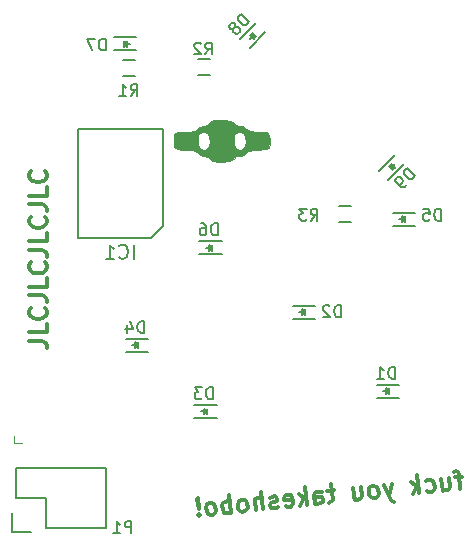
<source format=gbr>
G04 #@! TF.FileFunction,Legend,Bot*
%FSLAX46Y46*%
G04 Gerber Fmt 4.6, Leading zero omitted, Abs format (unit mm)*
G04 Created by KiCad (PCBNEW 4.0.5+dfsg1-4) date Sun Sep 22 15:40:00 2019*
%MOMM*%
%LPD*%
G01*
G04 APERTURE LIST*
%ADD10C,0.100000*%
%ADD11C,0.300000*%
%ADD12C,0.150000*%
%ADD13C,0.120000*%
%ADD14C,0.010000*%
G04 APERTURE END LIST*
D10*
D11*
X65525811Y-61096920D02*
X64957512Y-61156651D01*
X65417227Y-62113841D02*
X65282833Y-60835170D01*
X65196864Y-60700562D01*
X65047322Y-60644457D01*
X64905248Y-60659390D01*
X63820916Y-61276112D02*
X63925444Y-62270634D01*
X64460251Y-61208915D02*
X64542381Y-61990326D01*
X64486276Y-62139867D01*
X64351667Y-62225836D01*
X64138556Y-62248235D01*
X63989015Y-62192131D01*
X63910511Y-62128559D01*
X62568269Y-62341457D02*
X62717810Y-62397561D01*
X63001959Y-62367696D01*
X63136568Y-62281727D01*
X63200138Y-62203223D01*
X63256243Y-62053682D01*
X63211446Y-61627459D01*
X63125475Y-61492851D01*
X63046972Y-61429279D01*
X62897430Y-61373174D01*
X62613282Y-61403039D01*
X62478674Y-61489010D01*
X61936400Y-62479691D02*
X61779608Y-60987908D01*
X61734595Y-61926326D02*
X61368103Y-62539421D01*
X61263574Y-61544899D02*
X61891602Y-62053468D01*
X59629716Y-61716625D02*
X59379058Y-62748478D01*
X58919344Y-61791288D02*
X59379058Y-62748478D01*
X59558465Y-63088732D01*
X59636968Y-63152304D01*
X59786509Y-63208408D01*
X58242462Y-62867939D02*
X58377071Y-62781970D01*
X58440641Y-62703466D01*
X58496746Y-62553925D01*
X58451948Y-62127702D01*
X58365978Y-61993094D01*
X58287475Y-61929522D01*
X58137933Y-61873417D01*
X57924822Y-61895816D01*
X57790214Y-61981787D01*
X57726643Y-62060291D01*
X57670537Y-62209832D01*
X57715335Y-62636055D01*
X57801306Y-62770663D01*
X57879810Y-62834234D01*
X58029350Y-62890338D01*
X58242462Y-62867939D01*
X56362001Y-62060075D02*
X56466530Y-63054597D01*
X57001337Y-61992879D02*
X57083466Y-62774289D01*
X57027362Y-62923830D01*
X56892753Y-63009799D01*
X56679642Y-63032198D01*
X56530101Y-62976094D01*
X56451597Y-62912523D01*
X54728144Y-62231801D02*
X54159845Y-62291531D01*
X54462768Y-61756939D02*
X54597162Y-63035610D01*
X54541057Y-63185151D01*
X54406448Y-63271121D01*
X54264374Y-63286053D01*
X53127778Y-63405514D02*
X53045648Y-62624105D01*
X53101753Y-62474564D01*
X53236361Y-62388593D01*
X53520510Y-62358728D01*
X53670051Y-62414833D01*
X53120311Y-63334478D02*
X53269852Y-63390582D01*
X53625039Y-63353250D01*
X53759647Y-63267281D01*
X53815752Y-63117740D01*
X53800819Y-62975666D01*
X53714849Y-62841056D01*
X53565308Y-62784952D01*
X53210122Y-62822284D01*
X53060581Y-62766179D01*
X52417405Y-63480178D02*
X52260612Y-61988395D01*
X52215600Y-62926812D02*
X51849107Y-63539908D01*
X51744578Y-62545386D02*
X52372607Y-63053954D01*
X50634007Y-63595799D02*
X50783547Y-63651903D01*
X51067696Y-63622038D01*
X51202304Y-63536068D01*
X51258409Y-63386527D01*
X51198679Y-62818229D01*
X51112708Y-62683621D01*
X50963168Y-62627516D01*
X50679019Y-62657381D01*
X50544411Y-62743351D01*
X50488306Y-62892892D01*
X50503238Y-63034966D01*
X51228544Y-63102378D01*
X49994671Y-63662996D02*
X49860063Y-63748965D01*
X49575913Y-63778830D01*
X49426373Y-63722726D01*
X49340403Y-63588118D01*
X49332937Y-63517080D01*
X49389041Y-63367540D01*
X49523649Y-63281569D01*
X49736761Y-63259170D01*
X49871369Y-63173201D01*
X49927474Y-63023660D01*
X49920008Y-62952623D01*
X49834038Y-62818014D01*
X49684497Y-62761909D01*
X49471385Y-62784308D01*
X49336777Y-62870279D01*
X48723466Y-63868426D02*
X48566673Y-62376643D01*
X48084130Y-63935623D02*
X48002001Y-63154213D01*
X48058106Y-63004672D01*
X48192714Y-62918702D01*
X48405825Y-62896303D01*
X48555367Y-62952408D01*
X48633870Y-63015980D01*
X47160645Y-64032685D02*
X47295254Y-63946716D01*
X47358825Y-63868212D01*
X47414930Y-63718671D01*
X47370132Y-63292448D01*
X47284162Y-63157840D01*
X47205659Y-63094268D01*
X47056117Y-63038163D01*
X46843006Y-63060562D01*
X46708398Y-63146532D01*
X46644826Y-63225037D01*
X46588721Y-63374577D01*
X46633519Y-63800801D01*
X46719489Y-63935409D01*
X46797993Y-63998980D01*
X46947534Y-64055084D01*
X47160645Y-64032685D01*
X46024049Y-64152146D02*
X45867256Y-62660363D01*
X45926987Y-63228662D02*
X45777446Y-63172557D01*
X45493297Y-63202422D01*
X45358689Y-63288393D01*
X45295118Y-63366897D01*
X45239013Y-63516437D01*
X45283811Y-63942661D01*
X45369781Y-64077269D01*
X45448285Y-64140840D01*
X45597826Y-64196944D01*
X45881975Y-64167079D01*
X46016583Y-64081110D01*
X44461228Y-64316405D02*
X44595838Y-64230436D01*
X44659408Y-64151932D01*
X44715513Y-64002391D01*
X44670715Y-63576168D01*
X44584745Y-63441560D01*
X44506242Y-63377988D01*
X44356700Y-63321883D01*
X44143589Y-63344282D01*
X44008981Y-63430253D01*
X43945409Y-63508757D01*
X43889304Y-63658297D01*
X43934102Y-64084521D01*
X44020073Y-64219129D01*
X44098577Y-64282700D01*
X44248117Y-64338804D01*
X44461228Y-64316405D01*
X43309699Y-64293792D02*
X43246129Y-64372296D01*
X43324632Y-64435866D01*
X43388204Y-64357363D01*
X43309699Y-64293792D01*
X43324632Y-64435866D01*
X43264902Y-63867569D02*
X43246343Y-63007655D01*
X43167839Y-62944084D01*
X43104269Y-63022588D01*
X43264902Y-63867569D01*
X43167839Y-62944084D01*
X28908571Y-49598572D02*
X29980000Y-49598572D01*
X30194286Y-49670000D01*
X30337143Y-49812857D01*
X30408571Y-50027143D01*
X30408571Y-50170000D01*
X30408571Y-48170000D02*
X30408571Y-48884286D01*
X28908571Y-48884286D01*
X30265714Y-46812857D02*
X30337143Y-46884286D01*
X30408571Y-47098572D01*
X30408571Y-47241429D01*
X30337143Y-47455714D01*
X30194286Y-47598572D01*
X30051429Y-47670000D01*
X29765714Y-47741429D01*
X29551429Y-47741429D01*
X29265714Y-47670000D01*
X29122857Y-47598572D01*
X28980000Y-47455714D01*
X28908571Y-47241429D01*
X28908571Y-47098572D01*
X28980000Y-46884286D01*
X29051429Y-46812857D01*
X28908571Y-45741429D02*
X29980000Y-45741429D01*
X30194286Y-45812857D01*
X30337143Y-45955714D01*
X30408571Y-46170000D01*
X30408571Y-46312857D01*
X30408571Y-44312857D02*
X30408571Y-45027143D01*
X28908571Y-45027143D01*
X30265714Y-42955714D02*
X30337143Y-43027143D01*
X30408571Y-43241429D01*
X30408571Y-43384286D01*
X30337143Y-43598571D01*
X30194286Y-43741429D01*
X30051429Y-43812857D01*
X29765714Y-43884286D01*
X29551429Y-43884286D01*
X29265714Y-43812857D01*
X29122857Y-43741429D01*
X28980000Y-43598571D01*
X28908571Y-43384286D01*
X28908571Y-43241429D01*
X28980000Y-43027143D01*
X29051429Y-42955714D01*
X28908571Y-41884286D02*
X29980000Y-41884286D01*
X30194286Y-41955714D01*
X30337143Y-42098571D01*
X30408571Y-42312857D01*
X30408571Y-42455714D01*
X30408571Y-40455714D02*
X30408571Y-41170000D01*
X28908571Y-41170000D01*
X30265714Y-39098571D02*
X30337143Y-39170000D01*
X30408571Y-39384286D01*
X30408571Y-39527143D01*
X30337143Y-39741428D01*
X30194286Y-39884286D01*
X30051429Y-39955714D01*
X29765714Y-40027143D01*
X29551429Y-40027143D01*
X29265714Y-39955714D01*
X29122857Y-39884286D01*
X28980000Y-39741428D01*
X28908571Y-39527143D01*
X28908571Y-39384286D01*
X28980000Y-39170000D01*
X29051429Y-39098571D01*
X28908571Y-38027143D02*
X29980000Y-38027143D01*
X30194286Y-38098571D01*
X30337143Y-38241428D01*
X30408571Y-38455714D01*
X30408571Y-38598571D01*
X30408571Y-36598571D02*
X30408571Y-37312857D01*
X28908571Y-37312857D01*
X30265714Y-35241428D02*
X30337143Y-35312857D01*
X30408571Y-35527143D01*
X30408571Y-35670000D01*
X30337143Y-35884285D01*
X30194286Y-36027143D01*
X30051429Y-36098571D01*
X29765714Y-36170000D01*
X29551429Y-36170000D01*
X29265714Y-36098571D01*
X29122857Y-36027143D01*
X28980000Y-35884285D01*
X28908571Y-35670000D01*
X28908571Y-35527143D01*
X28980000Y-35312857D01*
X29051429Y-35241428D01*
D12*
X61600000Y-39850000D02*
X59700000Y-39850000D01*
X61600000Y-38750000D02*
X59700000Y-38750000D01*
X60700000Y-39300000D02*
X60250000Y-39300000D01*
X60750000Y-39050000D02*
X60750000Y-39550000D01*
X60750000Y-39300000D02*
X60500000Y-39050000D01*
X60500000Y-39050000D02*
X60500000Y-39550000D01*
X60500000Y-39550000D02*
X60750000Y-39300000D01*
X60250000Y-54400000D02*
X58350000Y-54400000D01*
X60250000Y-53300000D02*
X58350000Y-53300000D01*
X59350000Y-53850000D02*
X58900000Y-53850000D01*
X59400000Y-53600000D02*
X59400000Y-54100000D01*
X59400000Y-53850000D02*
X59150000Y-53600000D01*
X59150000Y-53600000D02*
X59150000Y-54100000D01*
X59150000Y-54100000D02*
X59400000Y-53850000D01*
X53125000Y-47725000D02*
X51225000Y-47725000D01*
X53125000Y-46625000D02*
X51225000Y-46625000D01*
X52225000Y-47175000D02*
X51775000Y-47175000D01*
X52275000Y-46925000D02*
X52275000Y-47425000D01*
X52275000Y-47175000D02*
X52025000Y-46925000D01*
X52025000Y-46925000D02*
X52025000Y-47425000D01*
X52025000Y-47425000D02*
X52275000Y-47175000D01*
X44800000Y-56125000D02*
X42900000Y-56125000D01*
X44800000Y-55025000D02*
X42900000Y-55025000D01*
X43900000Y-55575000D02*
X43450000Y-55575000D01*
X43950000Y-55325000D02*
X43950000Y-55825000D01*
X43950000Y-55575000D02*
X43700000Y-55325000D01*
X43700000Y-55325000D02*
X43700000Y-55825000D01*
X43700000Y-55825000D02*
X43950000Y-55575000D01*
X39000000Y-50525000D02*
X37100000Y-50525000D01*
X39000000Y-49425000D02*
X37100000Y-49425000D01*
X38100000Y-49975000D02*
X37650000Y-49975000D01*
X38150000Y-49725000D02*
X38150000Y-50225000D01*
X38150000Y-49975000D02*
X37900000Y-49725000D01*
X37900000Y-49725000D02*
X37900000Y-50225000D01*
X37900000Y-50225000D02*
X38150000Y-49975000D01*
X45225000Y-42250000D02*
X43325000Y-42250000D01*
X45225000Y-41150000D02*
X43325000Y-41150000D01*
X44325000Y-41700000D02*
X43875000Y-41700000D01*
X44375000Y-41450000D02*
X44375000Y-41950000D01*
X44375000Y-41700000D02*
X44125000Y-41450000D01*
X44125000Y-41450000D02*
X44125000Y-41950000D01*
X44125000Y-41950000D02*
X44375000Y-41700000D01*
X36075000Y-23900000D02*
X37975000Y-23900000D01*
X36075000Y-25000000D02*
X37975000Y-25000000D01*
X36975000Y-24450000D02*
X37425000Y-24450000D01*
X36925000Y-24700000D02*
X36925000Y-24200000D01*
X36925000Y-24450000D02*
X37175000Y-24700000D01*
X37175000Y-24700000D02*
X37175000Y-24200000D01*
X37175000Y-24200000D02*
X36925000Y-24450000D01*
X48918726Y-23487091D02*
X47575223Y-24830594D01*
X48140909Y-22709274D02*
X46797406Y-24052777D01*
X47893421Y-23734579D02*
X47575223Y-24052777D01*
X47752000Y-23522447D02*
X48105553Y-23876000D01*
X47928777Y-23699223D02*
X47575223Y-23699223D01*
X47575223Y-23699223D02*
X47928777Y-24052777D01*
X47928777Y-24052777D02*
X47928777Y-23699223D01*
X58523274Y-35186909D02*
X59866777Y-33843406D01*
X59301091Y-35964726D02*
X60644594Y-34621223D01*
X59548579Y-34939421D02*
X59866777Y-34621223D01*
X59690000Y-35151553D02*
X59336447Y-34798000D01*
X59513223Y-34974777D02*
X59866777Y-34974777D01*
X59866777Y-34974777D02*
X59513223Y-34621223D01*
X59513223Y-34621223D02*
X59513223Y-34974777D01*
X40225000Y-39905000D02*
X39225000Y-40905000D01*
X39225000Y-40905000D02*
X33025000Y-40905000D01*
X33025000Y-40905000D02*
X33025000Y-31685000D01*
X33025000Y-31685000D02*
X40225000Y-31685000D01*
X40225000Y-31685000D02*
X40225000Y-39905000D01*
X35375000Y-65470000D02*
X30295000Y-65470000D01*
X27475000Y-65750000D02*
X29025000Y-65750000D01*
X27755000Y-62930000D02*
X30295000Y-62930000D01*
X30295000Y-62930000D02*
X30295000Y-65470000D01*
X35375000Y-65470000D02*
X35375000Y-60390000D01*
X35375000Y-60390000D02*
X30295000Y-60390000D01*
X27475000Y-65750000D02*
X27475000Y-64200000D01*
X27755000Y-60390000D02*
X27755000Y-62930000D01*
X30295000Y-60390000D02*
X27755000Y-60390000D01*
X37835001Y-25845000D02*
X36835001Y-25845000D01*
X36835001Y-27195000D02*
X37835001Y-27195000D01*
X43188000Y-27091000D02*
X44188000Y-27091000D01*
X44188000Y-25741000D02*
X43188000Y-25741000D01*
X55126000Y-39537000D02*
X56126000Y-39537000D01*
X56126000Y-38187000D02*
X55126000Y-38187000D01*
D13*
X27670000Y-58250000D02*
X28305000Y-58250000D01*
X27670000Y-57615000D02*
X27670000Y-58250000D01*
D14*
G36*
X45836221Y-34381666D02*
X46190092Y-34240937D01*
X46216000Y-34184000D01*
X46428737Y-33977630D01*
X46724000Y-33930000D01*
X47136741Y-33823632D01*
X47232000Y-33676000D01*
X47457336Y-33516945D01*
X48020254Y-33428477D01*
X48248000Y-33422000D01*
X48899466Y-33391910D01*
X49189071Y-33228846D01*
X49262397Y-32823625D01*
X49264000Y-32660000D01*
X49223878Y-32171400D01*
X49006461Y-31954197D01*
X48466165Y-31899203D01*
X48248000Y-31898000D01*
X47611778Y-31841666D01*
X47257907Y-31700937D01*
X47232000Y-31644000D01*
X47019262Y-31437630D01*
X46724000Y-31390000D01*
X46311258Y-31283632D01*
X46216000Y-31136000D01*
X45990663Y-30976945D01*
X45427745Y-30888477D01*
X45200000Y-30882000D01*
X44563778Y-30938335D01*
X44209907Y-31079064D01*
X44184000Y-31136000D01*
X43971262Y-31342371D01*
X43676000Y-31390000D01*
X43263258Y-31496369D01*
X43168000Y-31644000D01*
X42942663Y-31803056D01*
X42379745Y-31891524D01*
X42152000Y-31898000D01*
X41500533Y-31928091D01*
X41210928Y-32091155D01*
X41137602Y-32496376D01*
X41136000Y-32660000D01*
X43168000Y-32660000D01*
X43247831Y-32102240D01*
X43544865Y-31905862D01*
X43676000Y-31898000D01*
X44047840Y-32017748D01*
X44178759Y-32463299D01*
X44184000Y-32660000D01*
X46216000Y-32660000D01*
X46295831Y-32102240D01*
X46592865Y-31905862D01*
X46724000Y-31898000D01*
X47095840Y-32017748D01*
X47226759Y-32463299D01*
X47232000Y-32660000D01*
X47152168Y-33217761D01*
X46855134Y-33414139D01*
X46724000Y-33422000D01*
X46352159Y-33302253D01*
X46221240Y-32856702D01*
X46216000Y-32660000D01*
X44184000Y-32660000D01*
X44104168Y-33217761D01*
X43807134Y-33414139D01*
X43676000Y-33422000D01*
X43304159Y-33302253D01*
X43173240Y-32856702D01*
X43168000Y-32660000D01*
X41136000Y-32660000D01*
X41176121Y-33148601D01*
X41393538Y-33365804D01*
X41933834Y-33420798D01*
X42152000Y-33422000D01*
X42788221Y-33478335D01*
X43142092Y-33619064D01*
X43168000Y-33676000D01*
X43380737Y-33882371D01*
X43676000Y-33930000D01*
X44088741Y-34036369D01*
X44184000Y-34184000D01*
X44409336Y-34343056D01*
X44972254Y-34431524D01*
X45200000Y-34438000D01*
X45836221Y-34381666D01*
X45836221Y-34381666D01*
G37*
X45836221Y-34381666D02*
X46190092Y-34240937D01*
X46216000Y-34184000D01*
X46428737Y-33977630D01*
X46724000Y-33930000D01*
X47136741Y-33823632D01*
X47232000Y-33676000D01*
X47457336Y-33516945D01*
X48020254Y-33428477D01*
X48248000Y-33422000D01*
X48899466Y-33391910D01*
X49189071Y-33228846D01*
X49262397Y-32823625D01*
X49264000Y-32660000D01*
X49223878Y-32171400D01*
X49006461Y-31954197D01*
X48466165Y-31899203D01*
X48248000Y-31898000D01*
X47611778Y-31841666D01*
X47257907Y-31700937D01*
X47232000Y-31644000D01*
X47019262Y-31437630D01*
X46724000Y-31390000D01*
X46311258Y-31283632D01*
X46216000Y-31136000D01*
X45990663Y-30976945D01*
X45427745Y-30888477D01*
X45200000Y-30882000D01*
X44563778Y-30938335D01*
X44209907Y-31079064D01*
X44184000Y-31136000D01*
X43971262Y-31342371D01*
X43676000Y-31390000D01*
X43263258Y-31496369D01*
X43168000Y-31644000D01*
X42942663Y-31803056D01*
X42379745Y-31891524D01*
X42152000Y-31898000D01*
X41500533Y-31928091D01*
X41210928Y-32091155D01*
X41137602Y-32496376D01*
X41136000Y-32660000D01*
X43168000Y-32660000D01*
X43247831Y-32102240D01*
X43544865Y-31905862D01*
X43676000Y-31898000D01*
X44047840Y-32017748D01*
X44178759Y-32463299D01*
X44184000Y-32660000D01*
X46216000Y-32660000D01*
X46295831Y-32102240D01*
X46592865Y-31905862D01*
X46724000Y-31898000D01*
X47095840Y-32017748D01*
X47226759Y-32463299D01*
X47232000Y-32660000D01*
X47152168Y-33217761D01*
X46855134Y-33414139D01*
X46724000Y-33422000D01*
X46352159Y-33302253D01*
X46221240Y-32856702D01*
X46216000Y-32660000D01*
X44184000Y-32660000D01*
X44104168Y-33217761D01*
X43807134Y-33414139D01*
X43676000Y-33422000D01*
X43304159Y-33302253D01*
X43173240Y-32856702D01*
X43168000Y-32660000D01*
X41136000Y-32660000D01*
X41176121Y-33148601D01*
X41393538Y-33365804D01*
X41933834Y-33420798D01*
X42152000Y-33422000D01*
X42788221Y-33478335D01*
X43142092Y-33619064D01*
X43168000Y-33676000D01*
X43380737Y-33882371D01*
X43676000Y-33930000D01*
X44088741Y-34036369D01*
X44184000Y-34184000D01*
X44409336Y-34343056D01*
X44972254Y-34431524D01*
X45200000Y-34438000D01*
X45836221Y-34381666D01*
D12*
X63768095Y-39412381D02*
X63768095Y-38412381D01*
X63530000Y-38412381D01*
X63387142Y-38460000D01*
X63291904Y-38555238D01*
X63244285Y-38650476D01*
X63196666Y-38840952D01*
X63196666Y-38983810D01*
X63244285Y-39174286D01*
X63291904Y-39269524D01*
X63387142Y-39364762D01*
X63530000Y-39412381D01*
X63768095Y-39412381D01*
X62291904Y-38412381D02*
X62768095Y-38412381D01*
X62815714Y-38888571D01*
X62768095Y-38840952D01*
X62672857Y-38793333D01*
X62434761Y-38793333D01*
X62339523Y-38840952D01*
X62291904Y-38888571D01*
X62244285Y-38983810D01*
X62244285Y-39221905D01*
X62291904Y-39317143D01*
X62339523Y-39364762D01*
X62434761Y-39412381D01*
X62672857Y-39412381D01*
X62768095Y-39364762D01*
X62815714Y-39317143D01*
X59888095Y-52802381D02*
X59888095Y-51802381D01*
X59650000Y-51802381D01*
X59507142Y-51850000D01*
X59411904Y-51945238D01*
X59364285Y-52040476D01*
X59316666Y-52230952D01*
X59316666Y-52373810D01*
X59364285Y-52564286D01*
X59411904Y-52659524D01*
X59507142Y-52754762D01*
X59650000Y-52802381D01*
X59888095Y-52802381D01*
X58364285Y-52802381D02*
X58935714Y-52802381D01*
X58650000Y-52802381D02*
X58650000Y-51802381D01*
X58745238Y-51945238D01*
X58840476Y-52040476D01*
X58935714Y-52088095D01*
X55288095Y-47592381D02*
X55288095Y-46592381D01*
X55050000Y-46592381D01*
X54907142Y-46640000D01*
X54811904Y-46735238D01*
X54764285Y-46830476D01*
X54716666Y-47020952D01*
X54716666Y-47163810D01*
X54764285Y-47354286D01*
X54811904Y-47449524D01*
X54907142Y-47544762D01*
X55050000Y-47592381D01*
X55288095Y-47592381D01*
X54335714Y-46687619D02*
X54288095Y-46640000D01*
X54192857Y-46592381D01*
X53954761Y-46592381D01*
X53859523Y-46640000D01*
X53811904Y-46687619D01*
X53764285Y-46782857D01*
X53764285Y-46878095D01*
X53811904Y-47020952D01*
X54383333Y-47592381D01*
X53764285Y-47592381D01*
X44438095Y-54527381D02*
X44438095Y-53527381D01*
X44200000Y-53527381D01*
X44057142Y-53575000D01*
X43961904Y-53670238D01*
X43914285Y-53765476D01*
X43866666Y-53955952D01*
X43866666Y-54098810D01*
X43914285Y-54289286D01*
X43961904Y-54384524D01*
X44057142Y-54479762D01*
X44200000Y-54527381D01*
X44438095Y-54527381D01*
X43533333Y-53527381D02*
X42914285Y-53527381D01*
X43247619Y-53908333D01*
X43104761Y-53908333D01*
X43009523Y-53955952D01*
X42961904Y-54003571D01*
X42914285Y-54098810D01*
X42914285Y-54336905D01*
X42961904Y-54432143D01*
X43009523Y-54479762D01*
X43104761Y-54527381D01*
X43390476Y-54527381D01*
X43485714Y-54479762D01*
X43533333Y-54432143D01*
X38638095Y-48927381D02*
X38638095Y-47927381D01*
X38400000Y-47927381D01*
X38257142Y-47975000D01*
X38161904Y-48070238D01*
X38114285Y-48165476D01*
X38066666Y-48355952D01*
X38066666Y-48498810D01*
X38114285Y-48689286D01*
X38161904Y-48784524D01*
X38257142Y-48879762D01*
X38400000Y-48927381D01*
X38638095Y-48927381D01*
X37209523Y-48260714D02*
X37209523Y-48927381D01*
X37447619Y-47879762D02*
X37685714Y-48594048D01*
X37066666Y-48594048D01*
X44863095Y-40652381D02*
X44863095Y-39652381D01*
X44625000Y-39652381D01*
X44482142Y-39700000D01*
X44386904Y-39795238D01*
X44339285Y-39890476D01*
X44291666Y-40080952D01*
X44291666Y-40223810D01*
X44339285Y-40414286D01*
X44386904Y-40509524D01*
X44482142Y-40604762D01*
X44625000Y-40652381D01*
X44863095Y-40652381D01*
X43434523Y-39652381D02*
X43625000Y-39652381D01*
X43720238Y-39700000D01*
X43767857Y-39747619D01*
X43863095Y-39890476D01*
X43910714Y-40080952D01*
X43910714Y-40461905D01*
X43863095Y-40557143D01*
X43815476Y-40604762D01*
X43720238Y-40652381D01*
X43529761Y-40652381D01*
X43434523Y-40604762D01*
X43386904Y-40557143D01*
X43339285Y-40461905D01*
X43339285Y-40223810D01*
X43386904Y-40128571D01*
X43434523Y-40080952D01*
X43529761Y-40033333D01*
X43720238Y-40033333D01*
X43815476Y-40080952D01*
X43863095Y-40128571D01*
X43910714Y-40223810D01*
X35378095Y-25012381D02*
X35378095Y-24012381D01*
X35140000Y-24012381D01*
X34997142Y-24060000D01*
X34901904Y-24155238D01*
X34854285Y-24250476D01*
X34806666Y-24440952D01*
X34806666Y-24583810D01*
X34854285Y-24774286D01*
X34901904Y-24869524D01*
X34997142Y-24964762D01*
X35140000Y-25012381D01*
X35378095Y-25012381D01*
X34473333Y-24012381D02*
X33806666Y-24012381D01*
X34235238Y-25012381D01*
X47533134Y-22613310D02*
X46826027Y-21906203D01*
X46657668Y-22074562D01*
X46590324Y-22209249D01*
X46590324Y-22343936D01*
X46623996Y-22444951D01*
X46725011Y-22613310D01*
X46826027Y-22714326D01*
X46994385Y-22815341D01*
X47095401Y-22849012D01*
X47230087Y-22849012D01*
X47364775Y-22781668D01*
X47533134Y-22613310D01*
X46320950Y-23017370D02*
X46354622Y-22916355D01*
X46354622Y-22849012D01*
X46320950Y-22747997D01*
X46287279Y-22714325D01*
X46186264Y-22680653D01*
X46118920Y-22680653D01*
X46017905Y-22714325D01*
X45883217Y-22849012D01*
X45849546Y-22950028D01*
X45849546Y-23017371D01*
X45883217Y-23118386D01*
X45916889Y-23152058D01*
X46017904Y-23185730D01*
X46085248Y-23185730D01*
X46186263Y-23152058D01*
X46320950Y-23017370D01*
X46421966Y-22983699D01*
X46489309Y-22983699D01*
X46590325Y-23017371D01*
X46725012Y-23152058D01*
X46758683Y-23253073D01*
X46758683Y-23320416D01*
X46725012Y-23421432D01*
X46590324Y-23556119D01*
X46489309Y-23589791D01*
X46421966Y-23589791D01*
X46320950Y-23556119D01*
X46186264Y-23421432D01*
X46152591Y-23320416D01*
X46152591Y-23253073D01*
X46186263Y-23152058D01*
X61592454Y-35656630D02*
X60885347Y-34949523D01*
X60716988Y-35117882D01*
X60649644Y-35252569D01*
X60649644Y-35387256D01*
X60683316Y-35488271D01*
X60784331Y-35656630D01*
X60885347Y-35757646D01*
X61053705Y-35858661D01*
X61154721Y-35892332D01*
X61289407Y-35892332D01*
X61424095Y-35824988D01*
X61592454Y-35656630D01*
X60851675Y-36397408D02*
X60716988Y-36532095D01*
X60615972Y-36565767D01*
X60548629Y-36565767D01*
X60380270Y-36532096D01*
X60211912Y-36431081D01*
X59942537Y-36161706D01*
X59908866Y-36060691D01*
X59908866Y-35993348D01*
X59942537Y-35892332D01*
X60077225Y-35757645D01*
X60178240Y-35723973D01*
X60245584Y-35723973D01*
X60346599Y-35757645D01*
X60514957Y-35926003D01*
X60548629Y-36027019D01*
X60548630Y-36094363D01*
X60514958Y-36195378D01*
X60380270Y-36330065D01*
X60279255Y-36363737D01*
X60211911Y-36363736D01*
X60110896Y-36330065D01*
X37796429Y-42647857D02*
X37796429Y-41447857D01*
X36539285Y-42533571D02*
X36596428Y-42590714D01*
X36767857Y-42647857D01*
X36882143Y-42647857D01*
X37053571Y-42590714D01*
X37167857Y-42476429D01*
X37225000Y-42362143D01*
X37282143Y-42133571D01*
X37282143Y-41962143D01*
X37225000Y-41733571D01*
X37167857Y-41619286D01*
X37053571Y-41505000D01*
X36882143Y-41447857D01*
X36767857Y-41447857D01*
X36596428Y-41505000D01*
X36539285Y-41562143D01*
X35396428Y-42647857D02*
X36082143Y-42647857D01*
X35739285Y-42647857D02*
X35739285Y-41447857D01*
X35853571Y-41619286D01*
X35967857Y-41733571D01*
X36082143Y-41790714D01*
X37558095Y-65872381D02*
X37558095Y-64872381D01*
X37177142Y-64872381D01*
X37081904Y-64920000D01*
X37034285Y-64967619D01*
X36986666Y-65062857D01*
X36986666Y-65205714D01*
X37034285Y-65300952D01*
X37081904Y-65348571D01*
X37177142Y-65396190D01*
X37558095Y-65396190D01*
X36034285Y-65872381D02*
X36605714Y-65872381D01*
X36320000Y-65872381D02*
X36320000Y-64872381D01*
X36415238Y-65015238D01*
X36510476Y-65110476D01*
X36605714Y-65158095D01*
X37501667Y-28872381D02*
X37835001Y-28396190D01*
X38073096Y-28872381D02*
X38073096Y-27872381D01*
X37692143Y-27872381D01*
X37596905Y-27920000D01*
X37549286Y-27967619D01*
X37501667Y-28062857D01*
X37501667Y-28205714D01*
X37549286Y-28300952D01*
X37596905Y-28348571D01*
X37692143Y-28396190D01*
X38073096Y-28396190D01*
X36549286Y-28872381D02*
X37120715Y-28872381D01*
X36835001Y-28872381D02*
X36835001Y-27872381D01*
X36930239Y-28015238D01*
X37025477Y-28110476D01*
X37120715Y-28158095D01*
X43816666Y-25342381D02*
X44150000Y-24866190D01*
X44388095Y-25342381D02*
X44388095Y-24342381D01*
X44007142Y-24342381D01*
X43911904Y-24390000D01*
X43864285Y-24437619D01*
X43816666Y-24532857D01*
X43816666Y-24675714D01*
X43864285Y-24770952D01*
X43911904Y-24818571D01*
X44007142Y-24866190D01*
X44388095Y-24866190D01*
X43435714Y-24437619D02*
X43388095Y-24390000D01*
X43292857Y-24342381D01*
X43054761Y-24342381D01*
X42959523Y-24390000D01*
X42911904Y-24437619D01*
X42864285Y-24532857D01*
X42864285Y-24628095D01*
X42911904Y-24770952D01*
X43483333Y-25342381D01*
X42864285Y-25342381D01*
X52746666Y-39412381D02*
X53080000Y-38936190D01*
X53318095Y-39412381D02*
X53318095Y-38412381D01*
X52937142Y-38412381D01*
X52841904Y-38460000D01*
X52794285Y-38507619D01*
X52746666Y-38602857D01*
X52746666Y-38745714D01*
X52794285Y-38840952D01*
X52841904Y-38888571D01*
X52937142Y-38936190D01*
X53318095Y-38936190D01*
X52413333Y-38412381D02*
X51794285Y-38412381D01*
X52127619Y-38793333D01*
X51984761Y-38793333D01*
X51889523Y-38840952D01*
X51841904Y-38888571D01*
X51794285Y-38983810D01*
X51794285Y-39221905D01*
X51841904Y-39317143D01*
X51889523Y-39364762D01*
X51984761Y-39412381D01*
X52270476Y-39412381D01*
X52365714Y-39364762D01*
X52413333Y-39317143D01*
M02*

</source>
